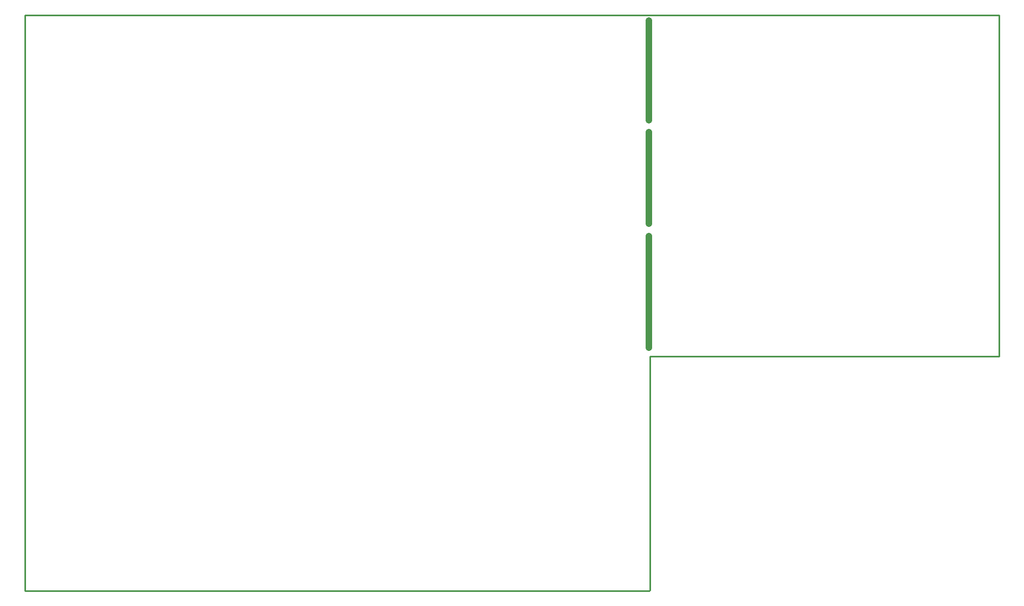
<source format=gm1>
%FSLAX25Y25*%
%MOIN*%
G70*
G01*
G75*
G04 Layer_Color=16711935*
%ADD10R,0.05118X0.05906*%
%ADD11R,0.05118X0.03347*%
%ADD12R,0.06000X0.06000*%
%ADD13R,0.03347X0.05118*%
%ADD14R,0.02362X0.05118*%
%ADD15R,0.05906X0.05118*%
%ADD16C,0.02500*%
%ADD17C,0.10000*%
%ADD18C,0.01500*%
%ADD19O,0.07087X0.08661*%
%ADD20R,0.06000X0.06000*%
%ADD21C,0.06000*%
%ADD22C,0.07874*%
%ADD23R,0.07874X0.07874*%
%ADD24O,0.15748X0.07874*%
%ADD25O,0.07874X0.17716*%
%ADD26O,0.03000X0.07874*%
%ADD27R,0.06299X0.06299*%
%ADD28C,0.06299*%
%ADD29O,0.03000X0.07874*%
%ADD30C,0.07087*%
%ADD31R,0.05906X0.05906*%
%ADD32C,0.05906*%
%ADD33R,0.07284X0.07284*%
%ADD34C,0.07284*%
%ADD35R,0.06299X0.06299*%
%ADD36C,0.08661*%
%ADD37C,0.06496*%
%ADD38R,0.06496X0.06496*%
%ADD39R,0.06496X0.06496*%
%ADD40C,0.11811*%
%ADD41C,0.09843*%
%ADD42C,0.05000*%
%ADD43R,0.00787X0.00787*%
%ADD44C,0.08000*%
%ADD45C,0.00787*%
%ADD46C,0.01000*%
%ADD47C,0.00984*%
%ADD48C,0.02362*%
%ADD49R,0.01181X0.08268*%
%ADD50R,0.08268X0.01181*%
%ADD51C,0.05906*%
%ADD52C,0.01969*%
%ADD53C,0.03937*%
%ADD54C,0.02000*%
%ADD55C,0.00500*%
%ADD56C,0.00700*%
%ADD57C,0.03000*%
%ADD58C,0.00800*%
%ADD59C,0.00591*%
%ADD60R,0.20000X0.25000*%
%ADD61R,0.06102X0.16142*%
%ADD62R,0.05918X0.06706*%
%ADD63R,0.05918X0.04147*%
%ADD64R,0.06800X0.06800*%
%ADD65R,0.04147X0.05918*%
%ADD66R,0.03162X0.05918*%
%ADD67R,0.06706X0.05918*%
%ADD68O,0.07887X0.09461*%
%ADD69R,0.06800X0.06800*%
%ADD70C,0.06800*%
%ADD71C,0.08674*%
%ADD72R,0.08674X0.08674*%
%ADD73O,0.16548X0.08674*%
%ADD74O,0.08674X0.18517*%
%ADD75O,0.03800X0.08674*%
%ADD76R,0.07099X0.07099*%
%ADD77C,0.07099*%
%ADD78C,0.00800*%
%ADD79O,0.03800X0.08674*%
%ADD80C,0.07887*%
%ADD81R,0.06706X0.06706*%
%ADD82C,0.06706*%
%ADD83R,0.08083X0.08083*%
%ADD84C,0.08083*%
%ADD85R,0.07099X0.07099*%
%ADD86C,0.09461*%
%ADD87C,0.07296*%
%ADD88R,0.07296X0.07296*%
%ADD89R,0.07296X0.07296*%
%ADD90C,0.12611*%
%ADD91C,0.10642*%
%ADD92C,0.05800*%
%ADD93R,0.01587X0.01587*%
D46*
X384134Y384D02*
X384660Y910D01*
Y144715D01*
X599061D01*
X384Y384D02*
Y354714D01*
X460384D01*
X384Y384D02*
X384134D01*
X599061Y144715D02*
Y354715D01*
X383884D02*
X599061D01*
D53*
X383750Y150000D02*
Y218750D01*
Y226250D02*
Y282500D01*
Y290000D02*
Y351250D01*
M02*

</source>
